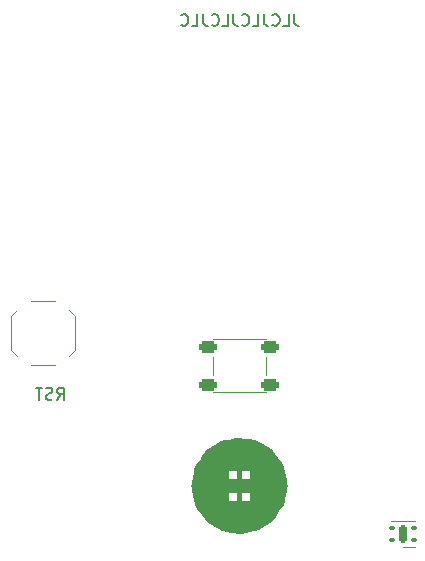
<source format=gbr>
%TF.GenerationSoftware,KiCad,Pcbnew,7.0.8*%
%TF.CreationDate,2023-10-28T23:27:17-04:00*%
%TF.ProjectId,AmazonBasicsSecureFrontend,416d617a-6f6e-4426-9173-696373536563,rev?*%
%TF.SameCoordinates,Original*%
%TF.FileFunction,Legend,Bot*%
%TF.FilePolarity,Positive*%
%FSLAX46Y46*%
G04 Gerber Fmt 4.6, Leading zero omitted, Abs format (unit mm)*
G04 Created by KiCad (PCBNEW 7.0.8) date 2023-10-28 23:27:17*
%MOMM*%
%LPD*%
G01*
G04 APERTURE LIST*
G04 Aperture macros list*
%AMRoundRect*
0 Rectangle with rounded corners*
0 $1 Rounding radius*
0 $2 $3 $4 $5 $6 $7 $8 $9 X,Y pos of 4 corners*
0 Add a 4 corners polygon primitive as box body*
4,1,4,$2,$3,$4,$5,$6,$7,$8,$9,$2,$3,0*
0 Add four circle primitives for the rounded corners*
1,1,$1+$1,$2,$3*
1,1,$1+$1,$4,$5*
1,1,$1+$1,$6,$7*
1,1,$1+$1,$8,$9*
0 Add four rect primitives between the rounded corners*
20,1,$1+$1,$2,$3,$4,$5,0*
20,1,$1+$1,$4,$5,$6,$7,0*
20,1,$1+$1,$6,$7,$8,$9,0*
20,1,$1+$1,$8,$9,$2,$3,0*%
G04 Aperture macros list end*
%ADD10C,0.150000*%
%ADD11C,4.088200*%
%ADD12C,0.100000*%
%ADD13C,0.120000*%
%ADD14RoundRect,0.250000X0.525000X0.250000X-0.525000X0.250000X-0.525000X-0.250000X0.525000X-0.250000X0*%
%ADD15C,2.600000*%
%ADD16R,1.700000X1.700000*%
%ADD17O,1.700000X1.700000*%
%ADD18C,1.300000*%
%ADD19C,1.500000*%
%ADD20R,0.700000X0.700000*%
%ADD21RoundRect,0.087500X-0.187500X-0.087500X0.187500X-0.087500X0.187500X0.087500X-0.187500X0.087500X0*%
%ADD22RoundRect,0.175000X-0.175000X-0.625000X0.175000X-0.625000X0.175000X0.625000X-0.175000X0.625000X0*%
%ADD23R,1.100000X1.800000*%
G04 APERTURE END LIST*
D10*
X125920306Y-76898619D02*
X125920306Y-77612904D01*
X125920306Y-77612904D02*
X125967925Y-77755761D01*
X125967925Y-77755761D02*
X126063163Y-77851000D01*
X126063163Y-77851000D02*
X126206020Y-77898619D01*
X126206020Y-77898619D02*
X126301258Y-77898619D01*
X124967925Y-77898619D02*
X125444115Y-77898619D01*
X125444115Y-77898619D02*
X125444115Y-76898619D01*
X124063163Y-77803380D02*
X124110782Y-77851000D01*
X124110782Y-77851000D02*
X124253639Y-77898619D01*
X124253639Y-77898619D02*
X124348877Y-77898619D01*
X124348877Y-77898619D02*
X124491734Y-77851000D01*
X124491734Y-77851000D02*
X124586972Y-77755761D01*
X124586972Y-77755761D02*
X124634591Y-77660523D01*
X124634591Y-77660523D02*
X124682210Y-77470047D01*
X124682210Y-77470047D02*
X124682210Y-77327190D01*
X124682210Y-77327190D02*
X124634591Y-77136714D01*
X124634591Y-77136714D02*
X124586972Y-77041476D01*
X124586972Y-77041476D02*
X124491734Y-76946238D01*
X124491734Y-76946238D02*
X124348877Y-76898619D01*
X124348877Y-76898619D02*
X124253639Y-76898619D01*
X124253639Y-76898619D02*
X124110782Y-76946238D01*
X124110782Y-76946238D02*
X124063163Y-76993857D01*
X123348877Y-76898619D02*
X123348877Y-77612904D01*
X123348877Y-77612904D02*
X123396496Y-77755761D01*
X123396496Y-77755761D02*
X123491734Y-77851000D01*
X123491734Y-77851000D02*
X123634591Y-77898619D01*
X123634591Y-77898619D02*
X123729829Y-77898619D01*
X122396496Y-77898619D02*
X122872686Y-77898619D01*
X122872686Y-77898619D02*
X122872686Y-76898619D01*
X121491734Y-77803380D02*
X121539353Y-77851000D01*
X121539353Y-77851000D02*
X121682210Y-77898619D01*
X121682210Y-77898619D02*
X121777448Y-77898619D01*
X121777448Y-77898619D02*
X121920305Y-77851000D01*
X121920305Y-77851000D02*
X122015543Y-77755761D01*
X122015543Y-77755761D02*
X122063162Y-77660523D01*
X122063162Y-77660523D02*
X122110781Y-77470047D01*
X122110781Y-77470047D02*
X122110781Y-77327190D01*
X122110781Y-77327190D02*
X122063162Y-77136714D01*
X122063162Y-77136714D02*
X122015543Y-77041476D01*
X122015543Y-77041476D02*
X121920305Y-76946238D01*
X121920305Y-76946238D02*
X121777448Y-76898619D01*
X121777448Y-76898619D02*
X121682210Y-76898619D01*
X121682210Y-76898619D02*
X121539353Y-76946238D01*
X121539353Y-76946238D02*
X121491734Y-76993857D01*
X120777448Y-76898619D02*
X120777448Y-77612904D01*
X120777448Y-77612904D02*
X120825067Y-77755761D01*
X120825067Y-77755761D02*
X120920305Y-77851000D01*
X120920305Y-77851000D02*
X121063162Y-77898619D01*
X121063162Y-77898619D02*
X121158400Y-77898619D01*
X119825067Y-77898619D02*
X120301257Y-77898619D01*
X120301257Y-77898619D02*
X120301257Y-76898619D01*
X118920305Y-77803380D02*
X118967924Y-77851000D01*
X118967924Y-77851000D02*
X119110781Y-77898619D01*
X119110781Y-77898619D02*
X119206019Y-77898619D01*
X119206019Y-77898619D02*
X119348876Y-77851000D01*
X119348876Y-77851000D02*
X119444114Y-77755761D01*
X119444114Y-77755761D02*
X119491733Y-77660523D01*
X119491733Y-77660523D02*
X119539352Y-77470047D01*
X119539352Y-77470047D02*
X119539352Y-77327190D01*
X119539352Y-77327190D02*
X119491733Y-77136714D01*
X119491733Y-77136714D02*
X119444114Y-77041476D01*
X119444114Y-77041476D02*
X119348876Y-76946238D01*
X119348876Y-76946238D02*
X119206019Y-76898619D01*
X119206019Y-76898619D02*
X119110781Y-76898619D01*
X119110781Y-76898619D02*
X118967924Y-76946238D01*
X118967924Y-76946238D02*
X118920305Y-76993857D01*
X118206019Y-76898619D02*
X118206019Y-77612904D01*
X118206019Y-77612904D02*
X118253638Y-77755761D01*
X118253638Y-77755761D02*
X118348876Y-77851000D01*
X118348876Y-77851000D02*
X118491733Y-77898619D01*
X118491733Y-77898619D02*
X118586971Y-77898619D01*
X117253638Y-77898619D02*
X117729828Y-77898619D01*
X117729828Y-77898619D02*
X117729828Y-76898619D01*
X116348876Y-77803380D02*
X116396495Y-77851000D01*
X116396495Y-77851000D02*
X116539352Y-77898619D01*
X116539352Y-77898619D02*
X116634590Y-77898619D01*
X116634590Y-77898619D02*
X116777447Y-77851000D01*
X116777447Y-77851000D02*
X116872685Y-77755761D01*
X116872685Y-77755761D02*
X116920304Y-77660523D01*
X116920304Y-77660523D02*
X116967923Y-77470047D01*
X116967923Y-77470047D02*
X116967923Y-77327190D01*
X116967923Y-77327190D02*
X116920304Y-77136714D01*
X116920304Y-77136714D02*
X116872685Y-77041476D01*
X116872685Y-77041476D02*
X116777447Y-76946238D01*
X116777447Y-76946238D02*
X116634590Y-76898619D01*
X116634590Y-76898619D02*
X116539352Y-76898619D01*
X116539352Y-76898619D02*
X116396495Y-76946238D01*
X116396495Y-76946238D02*
X116348876Y-76993857D01*
D11*
X123329100Y-116840000D02*
G75*
G03*
X123329100Y-116840000I-2044100J0D01*
G01*
D10*
X105830619Y-109547819D02*
X106163952Y-109071628D01*
X106402047Y-109547819D02*
X106402047Y-108547819D01*
X106402047Y-108547819D02*
X106021095Y-108547819D01*
X106021095Y-108547819D02*
X105925857Y-108595438D01*
X105925857Y-108595438D02*
X105878238Y-108643057D01*
X105878238Y-108643057D02*
X105830619Y-108738295D01*
X105830619Y-108738295D02*
X105830619Y-108881152D01*
X105830619Y-108881152D02*
X105878238Y-108976390D01*
X105878238Y-108976390D02*
X105925857Y-109024009D01*
X105925857Y-109024009D02*
X106021095Y-109071628D01*
X106021095Y-109071628D02*
X106402047Y-109071628D01*
X105449666Y-109500200D02*
X105306809Y-109547819D01*
X105306809Y-109547819D02*
X105068714Y-109547819D01*
X105068714Y-109547819D02*
X104973476Y-109500200D01*
X104973476Y-109500200D02*
X104925857Y-109452580D01*
X104925857Y-109452580D02*
X104878238Y-109357342D01*
X104878238Y-109357342D02*
X104878238Y-109262104D01*
X104878238Y-109262104D02*
X104925857Y-109166866D01*
X104925857Y-109166866D02*
X104973476Y-109119247D01*
X104973476Y-109119247D02*
X105068714Y-109071628D01*
X105068714Y-109071628D02*
X105259190Y-109024009D01*
X105259190Y-109024009D02*
X105354428Y-108976390D01*
X105354428Y-108976390D02*
X105402047Y-108928771D01*
X105402047Y-108928771D02*
X105449666Y-108833533D01*
X105449666Y-108833533D02*
X105449666Y-108738295D01*
X105449666Y-108738295D02*
X105402047Y-108643057D01*
X105402047Y-108643057D02*
X105354428Y-108595438D01*
X105354428Y-108595438D02*
X105259190Y-108547819D01*
X105259190Y-108547819D02*
X105021095Y-108547819D01*
X105021095Y-108547819D02*
X104878238Y-108595438D01*
X104592523Y-108547819D02*
X104021095Y-108547819D01*
X104306809Y-109547819D02*
X104306809Y-108547819D01*
D12*
%TO.C,REF\u002A\u002A*%
X123535000Y-104430000D02*
X119035000Y-104430000D01*
X123535000Y-105930000D02*
X123535000Y-107430000D01*
X119035000Y-105930000D02*
X119035000Y-107430000D01*
X119035000Y-108930000D02*
X123535000Y-108930000D01*
D13*
%TO.C,U3*%
X120135000Y-118260000D02*
X120135000Y-115420000D01*
X122435000Y-118260000D02*
X121785000Y-118260000D01*
X122435000Y-118260000D02*
X122435000Y-115420000D01*
%TO.C,U2*%
X134128000Y-119794000D02*
X136128000Y-119794000D01*
X135128000Y-122014000D02*
X136128000Y-122014000D01*
%TO.C,SW1*%
X103608000Y-106606000D02*
X105688000Y-106606000D01*
X101928000Y-105336000D02*
X102418000Y-105826000D01*
X101928000Y-105336000D02*
X101928000Y-102436000D01*
X107368000Y-105336000D02*
X106878000Y-105826000D01*
X107368000Y-105336000D02*
X107368000Y-102436000D01*
X101928000Y-102436000D02*
X102418000Y-101946000D01*
X107368000Y-102436000D02*
X106878000Y-101946000D01*
X103608000Y-101166000D02*
X105688000Y-101166000D01*
%TD*%
%LPC*%
D14*
%TO.C,REF\u002A\u002A*%
X123910000Y-105080000D03*
X118660000Y-105080000D03*
X123910000Y-108280000D03*
X118660000Y-108280000D03*
%TD*%
D15*
%TO.C,REF\u002A\u002A*%
X107442000Y-121412000D03*
%TD*%
D16*
%TO.C,J1*%
X131064000Y-96774000D03*
D17*
X131064000Y-94234000D03*
X131064000Y-91694000D03*
X131064000Y-89154000D03*
%TD*%
D18*
%TO.C,REF\u002A\u002A*%
X107442000Y-117856000D03*
%TD*%
D16*
%TO.C,J2*%
X133310000Y-110236000D03*
D17*
X135850000Y-110236000D03*
X133310000Y-107696000D03*
X135850000Y-107696000D03*
%TD*%
D19*
%TO.C,REF\u002A\u002A*%
X131318000Y-80264000D03*
%TD*%
D15*
%TO.C,REF\u002A\u002A*%
X135128000Y-80264000D03*
%TD*%
D20*
%TO.C,U3*%
X121835000Y-117755000D03*
X120735000Y-117755000D03*
X120735000Y-115925000D03*
X121835000Y-115925000D03*
%TD*%
D21*
%TO.C,U2*%
X134203000Y-121404000D03*
X134203000Y-120404000D03*
X136053000Y-120404000D03*
X136053000Y-121404000D03*
D22*
X135128000Y-120904000D03*
%TD*%
D23*
%TO.C,SW1*%
X106498000Y-106986000D03*
X106498000Y-100786000D03*
X102798000Y-106986000D03*
X102798000Y-100786000D03*
%TD*%
%LPD*%
M02*

</source>
